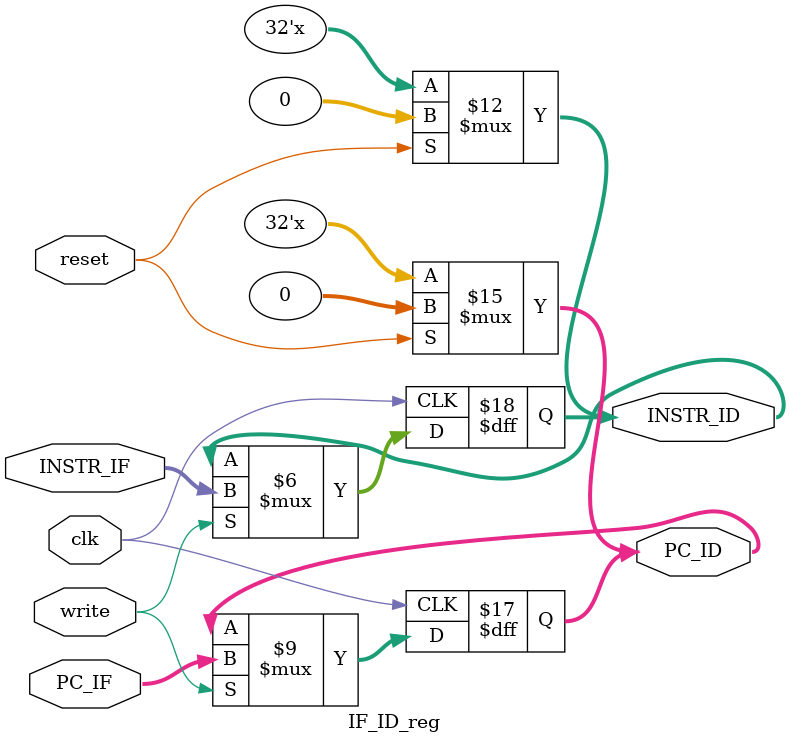
<source format=v>
`timescale 1ns / 1ps

module IF_ID_reg(input clk, input reset, input write, input[31:0] PC_IF, input[31:0] INSTR_IF,
                 output reg [31:0] PC_ID, output reg [31:0] INSTR_ID);
                 
    always @ (reset) begin
        if (reset == 1) begin
            PC_ID = 0;
            INSTR_ID = 0;
        end
    end
    
    always @ (posedge clk) begin
        if (write == 1) begin
            PC_ID = PC_IF;
            INSTR_ID = INSTR_IF;
        end
    end
endmodule

</source>
